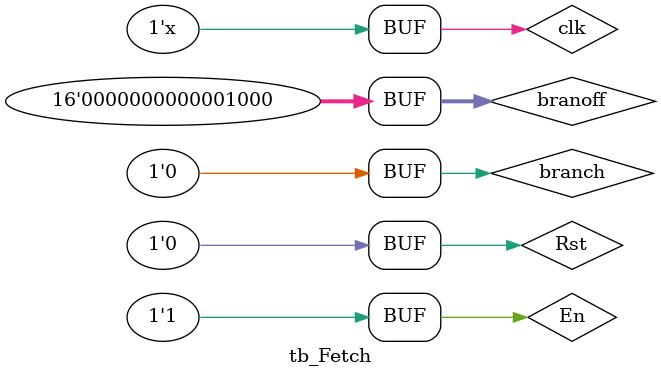
<source format=sv>
`timescale 1ns / 1ps


module tb_Fetch(

    );
    
   reg clk,En,branch,Rst;
   reg [15:0] pc_incr;
   reg [15:0]branoff,next_addr,pres_addr;
   wire [31:0] ins,memdout;
    
    
    Fetch uut(
        .clk(clk),
        .En(En),
        .Rst(Rst),
        .branch(branch),
        .pc_incr_temp(pc_incr),
        .next_addr_temp(next_addr),
        .pres_addr_temp(pres_addr),
        .memdout_temp(memdout),
        .branoff(branoff),
        .ins(ins)
        );
    initial begin
        clk=1'b0;
    end
    always #5 clk=!clk;
    
    initial begin
        Rst=1'b1;
        #10
        Rst=1'b0;
        En=1'b1;
        branoff=16'h0008;
        branch=1'b0;
        #50
        branch=1'b1;
        #60
        branch=1'b0;
     end  
        
endmodule

</source>
